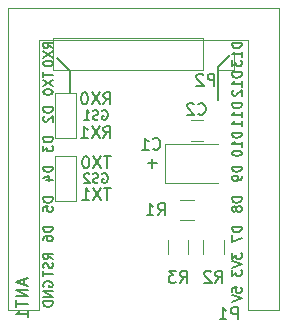
<source format=gbr>
G04 #@! TF.FileFunction,Legend,Bot*
%FSLAX46Y46*%
G04 Gerber Fmt 4.6, Leading zero omitted, Abs format (unit mm)*
G04 Created by KiCad (PCBNEW 4.0.5) date 04/10/19 11:23:29*
%MOMM*%
%LPD*%
G01*
G04 APERTURE LIST*
%ADD10C,0.100000*%
%ADD11C,0.150000*%
%ADD12C,0.120000*%
G04 APERTURE END LIST*
D10*
D11*
X152541952Y-77096429D02*
X151780047Y-77096429D01*
X152160999Y-77477381D02*
X152160999Y-76715476D01*
X148639095Y-79167381D02*
X148067666Y-79167381D01*
X148353381Y-80167381D02*
X148353381Y-79167381D01*
X147829571Y-79167381D02*
X147162904Y-80167381D01*
X147162904Y-79167381D02*
X147829571Y-80167381D01*
X146258142Y-80167381D02*
X146829571Y-80167381D01*
X146543857Y-80167381D02*
X146543857Y-79167381D01*
X146639095Y-79310238D01*
X146734333Y-79405476D01*
X146829571Y-79453095D01*
X148639095Y-76507381D02*
X148067666Y-76507381D01*
X148353381Y-77507381D02*
X148353381Y-76507381D01*
X147829571Y-76507381D02*
X147162904Y-77507381D01*
X147162904Y-76507381D02*
X147829571Y-77507381D01*
X146591476Y-76507381D02*
X146496237Y-76507381D01*
X146400999Y-76555000D01*
X146353380Y-76602619D01*
X146305761Y-76697857D01*
X146258142Y-76888333D01*
X146258142Y-77126429D01*
X146305761Y-77316905D01*
X146353380Y-77412143D01*
X146400999Y-77459762D01*
X146496237Y-77507381D01*
X146591476Y-77507381D01*
X146686714Y-77459762D01*
X146734333Y-77412143D01*
X146781952Y-77316905D01*
X146829571Y-77126429D01*
X146829571Y-76888333D01*
X146781952Y-76697857D01*
X146734333Y-76602619D01*
X146686714Y-76555000D01*
X146591476Y-76507381D01*
X148043857Y-74957381D02*
X148377191Y-74481190D01*
X148615286Y-74957381D02*
X148615286Y-73957381D01*
X148234333Y-73957381D01*
X148139095Y-74005000D01*
X148091476Y-74052619D01*
X148043857Y-74147857D01*
X148043857Y-74290714D01*
X148091476Y-74385952D01*
X148139095Y-74433571D01*
X148234333Y-74481190D01*
X148615286Y-74481190D01*
X147710524Y-73957381D02*
X147043857Y-74957381D01*
X147043857Y-73957381D02*
X147710524Y-74957381D01*
X146139095Y-74957381D02*
X146710524Y-74957381D01*
X146424810Y-74957381D02*
X146424810Y-73957381D01*
X146520048Y-74100238D01*
X146615286Y-74195476D01*
X146710524Y-74243095D01*
X148043857Y-72097381D02*
X148377191Y-71621190D01*
X148615286Y-72097381D02*
X148615286Y-71097381D01*
X148234333Y-71097381D01*
X148139095Y-71145000D01*
X148091476Y-71192619D01*
X148043857Y-71287857D01*
X148043857Y-71430714D01*
X148091476Y-71525952D01*
X148139095Y-71573571D01*
X148234333Y-71621190D01*
X148615286Y-71621190D01*
X147710524Y-71097381D02*
X147043857Y-72097381D01*
X147043857Y-71097381D02*
X147710524Y-72097381D01*
X146472429Y-71097381D02*
X146377190Y-71097381D01*
X146281952Y-71145000D01*
X146234333Y-71192619D01*
X146186714Y-71287857D01*
X146139095Y-71478333D01*
X146139095Y-71716429D01*
X146186714Y-71906905D01*
X146234333Y-72002143D01*
X146281952Y-72049762D01*
X146377190Y-72097381D01*
X146472429Y-72097381D01*
X146567667Y-72049762D01*
X146615286Y-72002143D01*
X146662905Y-71906905D01*
X146710524Y-71716429D01*
X146710524Y-71478333D01*
X146662905Y-71287857D01*
X146615286Y-71192619D01*
X146567667Y-71145000D01*
X146472429Y-71097381D01*
D12*
X145731000Y-71125000D02*
X145731000Y-74945000D01*
X145731000Y-74945000D02*
X143951000Y-74945000D01*
X143951000Y-74945000D02*
X143951000Y-71125000D01*
X145731000Y-71125000D02*
X143951000Y-71125000D01*
X153221000Y-78765000D02*
X157771000Y-78765000D01*
X153221000Y-75465000D02*
X157771000Y-75465000D01*
X153221000Y-78765000D02*
X153221000Y-75465000D01*
X156461000Y-75175000D02*
X155461000Y-75175000D01*
X155461000Y-73475000D02*
X156461000Y-73475000D01*
X145731000Y-76485000D02*
X145731000Y-80305000D01*
X145731000Y-80305000D02*
X143951000Y-80305000D01*
X143951000Y-80305000D02*
X143951000Y-76485000D01*
X145731000Y-76485000D02*
X143951000Y-76485000D01*
X156491000Y-69175000D02*
X143731000Y-69175000D01*
X143731000Y-69175000D02*
X143731000Y-66515000D01*
X143731000Y-66515000D02*
X156491000Y-66515000D01*
X156491000Y-66515000D02*
X156491000Y-69175000D01*
X157761000Y-69175000D02*
X159091000Y-69175000D01*
X159091000Y-69175000D02*
X159091000Y-67845000D01*
X154481000Y-81935000D02*
X155681000Y-81935000D01*
X155681000Y-80175000D02*
X154481000Y-80175000D01*
X158231000Y-84765000D02*
X158231000Y-83565000D01*
X156471000Y-83565000D02*
X156471000Y-84765000D01*
X155231000Y-84765000D02*
X155231000Y-83565000D01*
X153471000Y-83565000D02*
X153471000Y-84765000D01*
D11*
X145171000Y-69265000D02*
X144071000Y-68165000D01*
X145171000Y-69265000D02*
X145171000Y-71065000D01*
X158771000Y-67965000D02*
X157771000Y-68965000D01*
X157771000Y-68965000D02*
X157771000Y-71765000D01*
D12*
X139921000Y-89495000D02*
X139921000Y-63975000D01*
X139921000Y-63975000D02*
X162901000Y-63975000D01*
X162901000Y-89495000D02*
X162901000Y-63975000D01*
X160241000Y-89495000D02*
X160241000Y-66635000D01*
X160241000Y-66635000D02*
X142581000Y-66635000D01*
X142581000Y-89495000D02*
X142581000Y-66635000D01*
X142581000Y-89495000D02*
X142581000Y-82685000D01*
X162901000Y-89495000D02*
X160241000Y-89495000D01*
X139921000Y-89495000D02*
X142581000Y-89495000D01*
X162901000Y-67845000D02*
X162901000Y-66515000D01*
D11*
X147953381Y-72635000D02*
X148029572Y-72596905D01*
X148143857Y-72596905D01*
X148258143Y-72635000D01*
X148334334Y-72711190D01*
X148372429Y-72787381D01*
X148410524Y-72939762D01*
X148410524Y-73054048D01*
X148372429Y-73206429D01*
X148334334Y-73282619D01*
X148258143Y-73358810D01*
X148143857Y-73396905D01*
X148067667Y-73396905D01*
X147953381Y-73358810D01*
X147915286Y-73320714D01*
X147915286Y-73054048D01*
X148067667Y-73054048D01*
X147610524Y-73358810D02*
X147496238Y-73396905D01*
X147305762Y-73396905D01*
X147229572Y-73358810D01*
X147191476Y-73320714D01*
X147153381Y-73244524D01*
X147153381Y-73168333D01*
X147191476Y-73092143D01*
X147229572Y-73054048D01*
X147305762Y-73015952D01*
X147458143Y-72977857D01*
X147534334Y-72939762D01*
X147572429Y-72901667D01*
X147610524Y-72825476D01*
X147610524Y-72749286D01*
X147572429Y-72673095D01*
X147534334Y-72635000D01*
X147458143Y-72596905D01*
X147267667Y-72596905D01*
X147153381Y-72635000D01*
X146391476Y-73396905D02*
X146848619Y-73396905D01*
X146620048Y-73396905D02*
X146620048Y-72596905D01*
X146696238Y-72711190D01*
X146772429Y-72787381D01*
X146848619Y-72825476D01*
X152247666Y-75852143D02*
X152295285Y-75899762D01*
X152438142Y-75947381D01*
X152533380Y-75947381D01*
X152676238Y-75899762D01*
X152771476Y-75804524D01*
X152819095Y-75709286D01*
X152866714Y-75518810D01*
X152866714Y-75375952D01*
X152819095Y-75185476D01*
X152771476Y-75090238D01*
X152676238Y-74995000D01*
X152533380Y-74947381D01*
X152438142Y-74947381D01*
X152295285Y-74995000D01*
X152247666Y-75042619D01*
X151295285Y-75947381D02*
X151866714Y-75947381D01*
X151581000Y-75947381D02*
X151581000Y-74947381D01*
X151676238Y-75090238D01*
X151771476Y-75185476D01*
X151866714Y-75233095D01*
X156067666Y-72902143D02*
X156115285Y-72949762D01*
X156258142Y-72997381D01*
X156353380Y-72997381D01*
X156496238Y-72949762D01*
X156591476Y-72854524D01*
X156639095Y-72759286D01*
X156686714Y-72568810D01*
X156686714Y-72425952D01*
X156639095Y-72235476D01*
X156591476Y-72140238D01*
X156496238Y-72045000D01*
X156353380Y-71997381D01*
X156258142Y-71997381D01*
X156115285Y-72045000D01*
X156067666Y-72092619D01*
X155686714Y-72092619D02*
X155639095Y-72045000D01*
X155543857Y-71997381D01*
X155305761Y-71997381D01*
X155210523Y-72045000D01*
X155162904Y-72092619D01*
X155115285Y-72187857D01*
X155115285Y-72283095D01*
X155162904Y-72425952D01*
X155734333Y-72997381D01*
X155115285Y-72997381D01*
X147953381Y-77995000D02*
X148029572Y-77956905D01*
X148143857Y-77956905D01*
X148258143Y-77995000D01*
X148334334Y-78071190D01*
X148372429Y-78147381D01*
X148410524Y-78299762D01*
X148410524Y-78414048D01*
X148372429Y-78566429D01*
X148334334Y-78642619D01*
X148258143Y-78718810D01*
X148143857Y-78756905D01*
X148067667Y-78756905D01*
X147953381Y-78718810D01*
X147915286Y-78680714D01*
X147915286Y-78414048D01*
X148067667Y-78414048D01*
X147610524Y-78718810D02*
X147496238Y-78756905D01*
X147305762Y-78756905D01*
X147229572Y-78718810D01*
X147191476Y-78680714D01*
X147153381Y-78604524D01*
X147153381Y-78528333D01*
X147191476Y-78452143D01*
X147229572Y-78414048D01*
X147305762Y-78375952D01*
X147458143Y-78337857D01*
X147534334Y-78299762D01*
X147572429Y-78261667D01*
X147610524Y-78185476D01*
X147610524Y-78109286D01*
X147572429Y-78033095D01*
X147534334Y-77995000D01*
X147458143Y-77956905D01*
X147267667Y-77956905D01*
X147153381Y-77995000D01*
X146848619Y-78033095D02*
X146810524Y-77995000D01*
X146734333Y-77956905D01*
X146543857Y-77956905D01*
X146467667Y-77995000D01*
X146429571Y-78033095D01*
X146391476Y-78109286D01*
X146391476Y-78185476D01*
X146429571Y-78299762D01*
X146886714Y-78756905D01*
X146391476Y-78756905D01*
X157439095Y-70517381D02*
X157439095Y-69517381D01*
X157058142Y-69517381D01*
X156962904Y-69565000D01*
X156915285Y-69612619D01*
X156867666Y-69707857D01*
X156867666Y-69850714D01*
X156915285Y-69945952D01*
X156962904Y-69993571D01*
X157058142Y-70041190D01*
X157439095Y-70041190D01*
X156486714Y-69612619D02*
X156439095Y-69565000D01*
X156343857Y-69517381D01*
X156105761Y-69517381D01*
X156010523Y-69565000D01*
X155962904Y-69612619D01*
X155915285Y-69707857D01*
X155915285Y-69803095D01*
X155962904Y-69945952D01*
X156534333Y-70517381D01*
X155915285Y-70517381D01*
X152647666Y-81497381D02*
X152981000Y-81021190D01*
X153219095Y-81497381D02*
X153219095Y-80497381D01*
X152838142Y-80497381D01*
X152742904Y-80545000D01*
X152695285Y-80592619D01*
X152647666Y-80687857D01*
X152647666Y-80830714D01*
X152695285Y-80925952D01*
X152742904Y-80973571D01*
X152838142Y-81021190D01*
X153219095Y-81021190D01*
X151695285Y-81497381D02*
X152266714Y-81497381D01*
X151981000Y-81497381D02*
X151981000Y-80497381D01*
X152076238Y-80640238D01*
X152171476Y-80735476D01*
X152266714Y-80783095D01*
X157527666Y-87207381D02*
X157861000Y-86731190D01*
X158099095Y-87207381D02*
X158099095Y-86207381D01*
X157718142Y-86207381D01*
X157622904Y-86255000D01*
X157575285Y-86302619D01*
X157527666Y-86397857D01*
X157527666Y-86540714D01*
X157575285Y-86635952D01*
X157622904Y-86683571D01*
X157718142Y-86731190D01*
X158099095Y-86731190D01*
X157146714Y-86302619D02*
X157099095Y-86255000D01*
X157003857Y-86207381D01*
X156765761Y-86207381D01*
X156670523Y-86255000D01*
X156622904Y-86302619D01*
X156575285Y-86397857D01*
X156575285Y-86493095D01*
X156622904Y-86635952D01*
X157194333Y-87207381D01*
X156575285Y-87207381D01*
X154517666Y-87207381D02*
X154851000Y-86731190D01*
X155089095Y-87207381D02*
X155089095Y-86207381D01*
X154708142Y-86207381D01*
X154612904Y-86255000D01*
X154565285Y-86302619D01*
X154517666Y-86397857D01*
X154517666Y-86540714D01*
X154565285Y-86635952D01*
X154612904Y-86683571D01*
X154708142Y-86731190D01*
X155089095Y-86731190D01*
X154184333Y-86207381D02*
X153565285Y-86207381D01*
X153898619Y-86588333D01*
X153755761Y-86588333D01*
X153660523Y-86635952D01*
X153612904Y-86683571D01*
X153565285Y-86778810D01*
X153565285Y-87016905D01*
X153612904Y-87112143D01*
X153660523Y-87159762D01*
X153755761Y-87207381D01*
X154041476Y-87207381D01*
X154136714Y-87159762D01*
X154184333Y-87112143D01*
X159399095Y-90307381D02*
X159399095Y-89307381D01*
X159018142Y-89307381D01*
X158922904Y-89355000D01*
X158875285Y-89402619D01*
X158827666Y-89497857D01*
X158827666Y-89640714D01*
X158875285Y-89735952D01*
X158922904Y-89783571D01*
X159018142Y-89831190D01*
X159399095Y-89831190D01*
X157875285Y-90307381D02*
X158446714Y-90307381D01*
X158161000Y-90307381D02*
X158161000Y-89307381D01*
X158256238Y-89450238D01*
X158351476Y-89545476D01*
X158446714Y-89593095D01*
X142971000Y-87555477D02*
X142932905Y-87479286D01*
X142932905Y-87365001D01*
X142971000Y-87250715D01*
X143047190Y-87174524D01*
X143123381Y-87136429D01*
X143275762Y-87098334D01*
X143390048Y-87098334D01*
X143542429Y-87136429D01*
X143618619Y-87174524D01*
X143694810Y-87250715D01*
X143732905Y-87365001D01*
X143732905Y-87441191D01*
X143694810Y-87555477D01*
X143656714Y-87593572D01*
X143390048Y-87593572D01*
X143390048Y-87441191D01*
X143732905Y-87936429D02*
X142932905Y-87936429D01*
X143732905Y-88393572D01*
X142932905Y-88393572D01*
X143732905Y-88774524D02*
X142932905Y-88774524D01*
X142932905Y-88965000D01*
X142971000Y-89079286D01*
X143047190Y-89155477D01*
X143123381Y-89193572D01*
X143275762Y-89231667D01*
X143390048Y-89231667D01*
X143542429Y-89193572D01*
X143618619Y-89155477D01*
X143694810Y-89079286D01*
X143732905Y-88965000D01*
X143732905Y-88774524D01*
X143732905Y-85226905D02*
X143351952Y-84960238D01*
X143732905Y-84769762D02*
X142932905Y-84769762D01*
X142932905Y-85074524D01*
X142971000Y-85150715D01*
X143009095Y-85188810D01*
X143085286Y-85226905D01*
X143199571Y-85226905D01*
X143275762Y-85188810D01*
X143313857Y-85150715D01*
X143351952Y-85074524D01*
X143351952Y-84769762D01*
X143694810Y-85531667D02*
X143732905Y-85645953D01*
X143732905Y-85836429D01*
X143694810Y-85912619D01*
X143656714Y-85950715D01*
X143580524Y-85988810D01*
X143504333Y-85988810D01*
X143428143Y-85950715D01*
X143390048Y-85912619D01*
X143351952Y-85836429D01*
X143313857Y-85684048D01*
X143275762Y-85607857D01*
X143237667Y-85569762D01*
X143161476Y-85531667D01*
X143085286Y-85531667D01*
X143009095Y-85569762D01*
X142971000Y-85607857D01*
X142932905Y-85684048D01*
X142932905Y-85874524D01*
X142971000Y-85988810D01*
X142932905Y-86217381D02*
X142932905Y-86674524D01*
X143732905Y-86445953D02*
X142932905Y-86445953D01*
X143732905Y-82474524D02*
X142932905Y-82474524D01*
X142932905Y-82665000D01*
X142971000Y-82779286D01*
X143047190Y-82855477D01*
X143123381Y-82893572D01*
X143275762Y-82931667D01*
X143390048Y-82931667D01*
X143542429Y-82893572D01*
X143618619Y-82855477D01*
X143694810Y-82779286D01*
X143732905Y-82665000D01*
X143732905Y-82474524D01*
X142932905Y-83617381D02*
X142932905Y-83465000D01*
X142971000Y-83388810D01*
X143009095Y-83350715D01*
X143123381Y-83274524D01*
X143275762Y-83236429D01*
X143580524Y-83236429D01*
X143656714Y-83274524D01*
X143694810Y-83312619D01*
X143732905Y-83388810D01*
X143732905Y-83541191D01*
X143694810Y-83617381D01*
X143656714Y-83655477D01*
X143580524Y-83693572D01*
X143390048Y-83693572D01*
X143313857Y-83655477D01*
X143275762Y-83617381D01*
X143237667Y-83541191D01*
X143237667Y-83388810D01*
X143275762Y-83312619D01*
X143313857Y-83274524D01*
X143390048Y-83236429D01*
X143732905Y-79974524D02*
X142932905Y-79974524D01*
X142932905Y-80165000D01*
X142971000Y-80279286D01*
X143047190Y-80355477D01*
X143123381Y-80393572D01*
X143275762Y-80431667D01*
X143390048Y-80431667D01*
X143542429Y-80393572D01*
X143618619Y-80355477D01*
X143694810Y-80279286D01*
X143732905Y-80165000D01*
X143732905Y-79974524D01*
X142932905Y-81155477D02*
X142932905Y-80774524D01*
X143313857Y-80736429D01*
X143275762Y-80774524D01*
X143237667Y-80850715D01*
X143237667Y-81041191D01*
X143275762Y-81117381D01*
X143313857Y-81155477D01*
X143390048Y-81193572D01*
X143580524Y-81193572D01*
X143656714Y-81155477D01*
X143694810Y-81117381D01*
X143732905Y-81041191D01*
X143732905Y-80850715D01*
X143694810Y-80774524D01*
X143656714Y-80736429D01*
X143732905Y-77374524D02*
X142932905Y-77374524D01*
X142932905Y-77565000D01*
X142971000Y-77679286D01*
X143047190Y-77755477D01*
X143123381Y-77793572D01*
X143275762Y-77831667D01*
X143390048Y-77831667D01*
X143542429Y-77793572D01*
X143618619Y-77755477D01*
X143694810Y-77679286D01*
X143732905Y-77565000D01*
X143732905Y-77374524D01*
X143199571Y-78517381D02*
X143732905Y-78517381D01*
X142894810Y-78326905D02*
X143466238Y-78136429D01*
X143466238Y-78631667D01*
X143732905Y-74874524D02*
X142932905Y-74874524D01*
X142932905Y-75065000D01*
X142971000Y-75179286D01*
X143047190Y-75255477D01*
X143123381Y-75293572D01*
X143275762Y-75331667D01*
X143390048Y-75331667D01*
X143542429Y-75293572D01*
X143618619Y-75255477D01*
X143694810Y-75179286D01*
X143732905Y-75065000D01*
X143732905Y-74874524D01*
X142932905Y-75598334D02*
X142932905Y-76093572D01*
X143237667Y-75826905D01*
X143237667Y-75941191D01*
X143275762Y-76017381D01*
X143313857Y-76055477D01*
X143390048Y-76093572D01*
X143580524Y-76093572D01*
X143656714Y-76055477D01*
X143694810Y-76017381D01*
X143732905Y-75941191D01*
X143732905Y-75712619D01*
X143694810Y-75636429D01*
X143656714Y-75598334D01*
X143732905Y-72374524D02*
X142932905Y-72374524D01*
X142932905Y-72565000D01*
X142971000Y-72679286D01*
X143047190Y-72755477D01*
X143123381Y-72793572D01*
X143275762Y-72831667D01*
X143390048Y-72831667D01*
X143542429Y-72793572D01*
X143618619Y-72755477D01*
X143694810Y-72679286D01*
X143732905Y-72565000D01*
X143732905Y-72374524D01*
X143009095Y-73136429D02*
X142971000Y-73174524D01*
X142932905Y-73250715D01*
X142932905Y-73441191D01*
X142971000Y-73517381D01*
X143009095Y-73555477D01*
X143085286Y-73593572D01*
X143161476Y-73593572D01*
X143275762Y-73555477D01*
X143732905Y-73098334D01*
X143732905Y-73593572D01*
X142932905Y-69374523D02*
X142932905Y-69831666D01*
X143732905Y-69603095D02*
X142932905Y-69603095D01*
X142932905Y-70022143D02*
X143732905Y-70555476D01*
X142932905Y-70555476D02*
X143732905Y-70022143D01*
X142932905Y-71012619D02*
X142932905Y-71088810D01*
X142971000Y-71165000D01*
X143009095Y-71203095D01*
X143085286Y-71241191D01*
X143237667Y-71279286D01*
X143428143Y-71279286D01*
X143580524Y-71241191D01*
X143656714Y-71203095D01*
X143694810Y-71165000D01*
X143732905Y-71088810D01*
X143732905Y-71012619D01*
X143694810Y-70936429D01*
X143656714Y-70898333D01*
X143580524Y-70860238D01*
X143428143Y-70822143D01*
X143237667Y-70822143D01*
X143085286Y-70860238D01*
X143009095Y-70898333D01*
X142971000Y-70936429D01*
X142932905Y-71012619D01*
X143732905Y-67350714D02*
X143351952Y-67084047D01*
X143732905Y-66893571D02*
X142932905Y-66893571D01*
X142932905Y-67198333D01*
X142971000Y-67274524D01*
X143009095Y-67312619D01*
X143085286Y-67350714D01*
X143199571Y-67350714D01*
X143275762Y-67312619D01*
X143313857Y-67274524D01*
X143351952Y-67198333D01*
X143351952Y-66893571D01*
X142932905Y-67617381D02*
X143732905Y-68150714D01*
X142932905Y-68150714D02*
X143732905Y-67617381D01*
X142932905Y-68607857D02*
X142932905Y-68684048D01*
X142971000Y-68760238D01*
X143009095Y-68798333D01*
X143085286Y-68836429D01*
X143237667Y-68874524D01*
X143428143Y-68874524D01*
X143580524Y-68836429D01*
X143656714Y-68798333D01*
X143694810Y-68760238D01*
X143732905Y-68684048D01*
X143732905Y-68607857D01*
X143694810Y-68531667D01*
X143656714Y-68493571D01*
X143580524Y-68455476D01*
X143428143Y-68417381D01*
X143237667Y-68417381D01*
X143085286Y-68455476D01*
X143009095Y-68493571D01*
X142971000Y-68531667D01*
X142932905Y-68607857D01*
X159732905Y-66893571D02*
X158932905Y-66893571D01*
X158932905Y-67084047D01*
X158971000Y-67198333D01*
X159047190Y-67274524D01*
X159123381Y-67312619D01*
X159275762Y-67350714D01*
X159390048Y-67350714D01*
X159542429Y-67312619D01*
X159618619Y-67274524D01*
X159694810Y-67198333D01*
X159732905Y-67084047D01*
X159732905Y-66893571D01*
X159732905Y-68112619D02*
X159732905Y-67655476D01*
X159732905Y-67884047D02*
X158932905Y-67884047D01*
X159047190Y-67807857D01*
X159123381Y-67731666D01*
X159161476Y-67655476D01*
X158932905Y-68379286D02*
X158932905Y-68874524D01*
X159237667Y-68607857D01*
X159237667Y-68722143D01*
X159275762Y-68798333D01*
X159313857Y-68836429D01*
X159390048Y-68874524D01*
X159580524Y-68874524D01*
X159656714Y-68836429D01*
X159694810Y-68798333D01*
X159732905Y-68722143D01*
X159732905Y-68493571D01*
X159694810Y-68417381D01*
X159656714Y-68379286D01*
X159732905Y-69393571D02*
X158932905Y-69393571D01*
X158932905Y-69584047D01*
X158971000Y-69698333D01*
X159047190Y-69774524D01*
X159123381Y-69812619D01*
X159275762Y-69850714D01*
X159390048Y-69850714D01*
X159542429Y-69812619D01*
X159618619Y-69774524D01*
X159694810Y-69698333D01*
X159732905Y-69584047D01*
X159732905Y-69393571D01*
X159732905Y-70612619D02*
X159732905Y-70155476D01*
X159732905Y-70384047D02*
X158932905Y-70384047D01*
X159047190Y-70307857D01*
X159123381Y-70231666D01*
X159161476Y-70155476D01*
X159009095Y-70917381D02*
X158971000Y-70955476D01*
X158932905Y-71031667D01*
X158932905Y-71222143D01*
X158971000Y-71298333D01*
X159009095Y-71336429D01*
X159085286Y-71374524D01*
X159161476Y-71374524D01*
X159275762Y-71336429D01*
X159732905Y-70879286D01*
X159732905Y-71374524D01*
X159732905Y-71993571D02*
X158932905Y-71993571D01*
X158932905Y-72184047D01*
X158971000Y-72298333D01*
X159047190Y-72374524D01*
X159123381Y-72412619D01*
X159275762Y-72450714D01*
X159390048Y-72450714D01*
X159542429Y-72412619D01*
X159618619Y-72374524D01*
X159694810Y-72298333D01*
X159732905Y-72184047D01*
X159732905Y-71993571D01*
X159732905Y-73212619D02*
X159732905Y-72755476D01*
X159732905Y-72984047D02*
X158932905Y-72984047D01*
X159047190Y-72907857D01*
X159123381Y-72831666D01*
X159161476Y-72755476D01*
X159732905Y-73974524D02*
X159732905Y-73517381D01*
X159732905Y-73745952D02*
X158932905Y-73745952D01*
X159047190Y-73669762D01*
X159123381Y-73593571D01*
X159161476Y-73517381D01*
X159732905Y-74493571D02*
X158932905Y-74493571D01*
X158932905Y-74684047D01*
X158971000Y-74798333D01*
X159047190Y-74874524D01*
X159123381Y-74912619D01*
X159275762Y-74950714D01*
X159390048Y-74950714D01*
X159542429Y-74912619D01*
X159618619Y-74874524D01*
X159694810Y-74798333D01*
X159732905Y-74684047D01*
X159732905Y-74493571D01*
X159732905Y-75712619D02*
X159732905Y-75255476D01*
X159732905Y-75484047D02*
X158932905Y-75484047D01*
X159047190Y-75407857D01*
X159123381Y-75331666D01*
X159161476Y-75255476D01*
X158932905Y-76207857D02*
X158932905Y-76284048D01*
X158971000Y-76360238D01*
X159009095Y-76398333D01*
X159085286Y-76436429D01*
X159237667Y-76474524D01*
X159428143Y-76474524D01*
X159580524Y-76436429D01*
X159656714Y-76398333D01*
X159694810Y-76360238D01*
X159732905Y-76284048D01*
X159732905Y-76207857D01*
X159694810Y-76131667D01*
X159656714Y-76093571D01*
X159580524Y-76055476D01*
X159428143Y-76017381D01*
X159237667Y-76017381D01*
X159085286Y-76055476D01*
X159009095Y-76093571D01*
X158971000Y-76131667D01*
X158932905Y-76207857D01*
X159732905Y-77374524D02*
X158932905Y-77374524D01*
X158932905Y-77565000D01*
X158971000Y-77679286D01*
X159047190Y-77755477D01*
X159123381Y-77793572D01*
X159275762Y-77831667D01*
X159390048Y-77831667D01*
X159542429Y-77793572D01*
X159618619Y-77755477D01*
X159694810Y-77679286D01*
X159732905Y-77565000D01*
X159732905Y-77374524D01*
X159732905Y-78212619D02*
X159732905Y-78365000D01*
X159694810Y-78441191D01*
X159656714Y-78479286D01*
X159542429Y-78555477D01*
X159390048Y-78593572D01*
X159085286Y-78593572D01*
X159009095Y-78555477D01*
X158971000Y-78517381D01*
X158932905Y-78441191D01*
X158932905Y-78288810D01*
X158971000Y-78212619D01*
X159009095Y-78174524D01*
X159085286Y-78136429D01*
X159275762Y-78136429D01*
X159351952Y-78174524D01*
X159390048Y-78212619D01*
X159428143Y-78288810D01*
X159428143Y-78441191D01*
X159390048Y-78517381D01*
X159351952Y-78555477D01*
X159275762Y-78593572D01*
X159732905Y-79974524D02*
X158932905Y-79974524D01*
X158932905Y-80165000D01*
X158971000Y-80279286D01*
X159047190Y-80355477D01*
X159123381Y-80393572D01*
X159275762Y-80431667D01*
X159390048Y-80431667D01*
X159542429Y-80393572D01*
X159618619Y-80355477D01*
X159694810Y-80279286D01*
X159732905Y-80165000D01*
X159732905Y-79974524D01*
X159275762Y-80888810D02*
X159237667Y-80812619D01*
X159199571Y-80774524D01*
X159123381Y-80736429D01*
X159085286Y-80736429D01*
X159009095Y-80774524D01*
X158971000Y-80812619D01*
X158932905Y-80888810D01*
X158932905Y-81041191D01*
X158971000Y-81117381D01*
X159009095Y-81155477D01*
X159085286Y-81193572D01*
X159123381Y-81193572D01*
X159199571Y-81155477D01*
X159237667Y-81117381D01*
X159275762Y-81041191D01*
X159275762Y-80888810D01*
X159313857Y-80812619D01*
X159351952Y-80774524D01*
X159428143Y-80736429D01*
X159580524Y-80736429D01*
X159656714Y-80774524D01*
X159694810Y-80812619D01*
X159732905Y-80888810D01*
X159732905Y-81041191D01*
X159694810Y-81117381D01*
X159656714Y-81155477D01*
X159580524Y-81193572D01*
X159428143Y-81193572D01*
X159351952Y-81155477D01*
X159313857Y-81117381D01*
X159275762Y-81041191D01*
X159732905Y-82474524D02*
X158932905Y-82474524D01*
X158932905Y-82665000D01*
X158971000Y-82779286D01*
X159047190Y-82855477D01*
X159123381Y-82893572D01*
X159275762Y-82931667D01*
X159390048Y-82931667D01*
X159542429Y-82893572D01*
X159618619Y-82855477D01*
X159694810Y-82779286D01*
X159732905Y-82665000D01*
X159732905Y-82474524D01*
X158932905Y-83198334D02*
X158932905Y-83731667D01*
X159732905Y-83388810D01*
X158932905Y-84674524D02*
X158932905Y-85169762D01*
X159237667Y-84903095D01*
X159237667Y-85017381D01*
X159275762Y-85093571D01*
X159313857Y-85131667D01*
X159390048Y-85169762D01*
X159580524Y-85169762D01*
X159656714Y-85131667D01*
X159694810Y-85093571D01*
X159732905Y-85017381D01*
X159732905Y-84788809D01*
X159694810Y-84712619D01*
X159656714Y-84674524D01*
X158932905Y-85398333D02*
X159732905Y-85665000D01*
X158932905Y-85931667D01*
X158932905Y-86122143D02*
X158932905Y-86617381D01*
X159237667Y-86350714D01*
X159237667Y-86465000D01*
X159275762Y-86541190D01*
X159313857Y-86579286D01*
X159390048Y-86617381D01*
X159580524Y-86617381D01*
X159656714Y-86579286D01*
X159694810Y-86541190D01*
X159732905Y-86465000D01*
X159732905Y-86236428D01*
X159694810Y-86160238D01*
X159656714Y-86122143D01*
X158932905Y-88012620D02*
X158932905Y-87631667D01*
X159313857Y-87593572D01*
X159275762Y-87631667D01*
X159237667Y-87707858D01*
X159237667Y-87898334D01*
X159275762Y-87974524D01*
X159313857Y-88012620D01*
X159390048Y-88050715D01*
X159580524Y-88050715D01*
X159656714Y-88012620D01*
X159694810Y-87974524D01*
X159732905Y-87898334D01*
X159732905Y-87707858D01*
X159694810Y-87631667D01*
X159656714Y-87593572D01*
X158932905Y-88279286D02*
X159732905Y-88545953D01*
X158932905Y-88812620D01*
X141347667Y-86885952D02*
X141347667Y-87362143D01*
X141633381Y-86790714D02*
X140633381Y-87124047D01*
X141633381Y-87457381D01*
X141633381Y-87790714D02*
X140633381Y-87790714D01*
X141633381Y-88362143D01*
X140633381Y-88362143D01*
X140633381Y-88695476D02*
X140633381Y-89266905D01*
X141633381Y-88981190D02*
X140633381Y-88981190D01*
X141633381Y-90124048D02*
X141633381Y-89552619D01*
X141633381Y-89838333D02*
X140633381Y-89838333D01*
X140776238Y-89743095D01*
X140871476Y-89647857D01*
X140919095Y-89552619D01*
M02*

</source>
